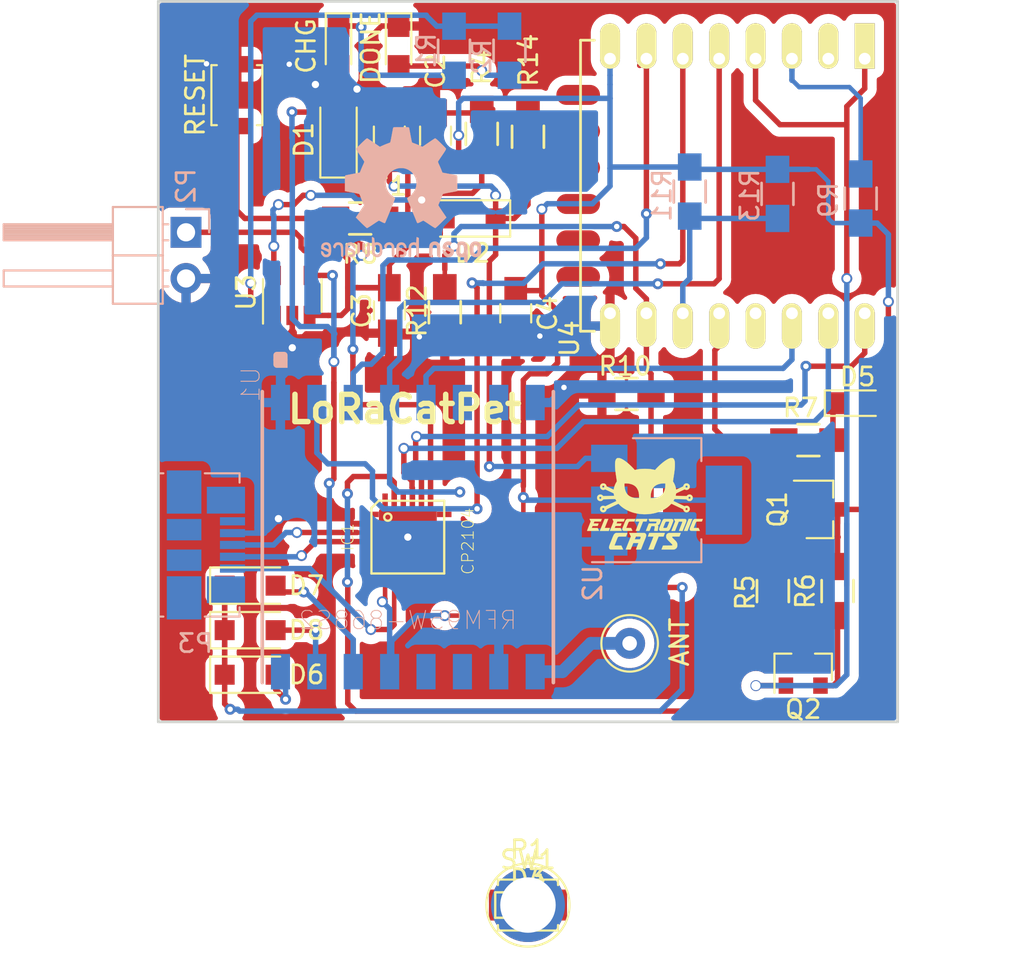
<source format=kicad_pcb>
(kicad_pcb (version 20221018) (generator pcbnew)
  (layers (0 "F.Cu" signal) (31 "B.Cu" signal) (34 "B.Paste" user) (35 "F.Paste" user) (36 "B.SilkS" user "B.Silkscreen") (37 "F.SilkS" user "F.Silkscreen") (38 "B.Mask" user) (39 "F.Mask" user) (44 "Edge.Cuts" user))
  (net 0 "")
  (net 1 "Net-(C1-Pad1)")
  (net 2 "GND")
  (net 3 "+3V3")
  (net 4 "+BATT")
  (net 5 "VCC")
  (net 6 "Net-(D3-Pad1)")
  (net 7 "Net-(D4-Pad2)")
  (net 8 "Net-(D5-Pad1)")
  (net 9 "Net-(IC1-Pad1)")
  (net 10 "Net-(IC1-Pad3)")
  (net 11 "Net-(IC1-Pad4)")
  (net 12 "Net-(IC1-Pad9)")
  (net 13 "Net-(IC1-Pad11)")
  (net 14 "Net-(IC1-Pad12)")
  (net 15 "Net-(IC1-Pad13)")
  (net 16 "Net-(IC1-Pad14)")
  (net 17 "Net-(IC1-Pad15)")
  (net 18 "Net-(IC1-Pad16)")
  (net 19 "Net-(IC1-Pad17)")
  (net 20 "Net-(IC1-Pad18)")
  (net 21 "/RST")
  (net 22 "/TXD")
  (net 23 "/RXD")
  (net 24 "Net-(IC1-Pad22)")
  (net 25 "/DTR")
  (net 26 "Net-(IC1-Pad24)")
  (net 27 "/GPIO0")
  (net 28 "Net-(Q1-Pad2)")
  (net 29 "/RESET")
  (net 30 "Net-(Q2-Pad2)")
  (net 31 "/RTS")
  (net 32 "Net-(R1-Pad1)")
  (net 33 "/ADC")
  (net 34 "/CH_PD")
  (net 35 "/GPIO15")
  (net 36 "/GPIO2")
  (net 37 "/GPIO13")
  (net 38 "Net-(U4-Pad9)")
  (net 39 "Net-(U4-Pad10)")
  (net 40 "Net-(U4-Pad11)")
  (net 41 "Net-(U4-Pad12)")
  (net 42 "Net-(U4-Pad13)")
  (net 43 "Net-(U4-Pad14)")
  (net 44 "Net-(R14-Pad1)")
  (net 45 "Net-(P1-Pad1)")
  (net 46 "Net-(P3-Pad5)")
  (net 47 "Net-(R4-Pad1)")
  (net 48 "/GPIO12")
  (net 49 "/GPIO14")
  (net 50 "Net-(U1-Pad6)")
  (net 51 "Net-(U1-Pad7)")
  (net 52 "Net-(U1-Pad11)")
  (net 53 "Net-(U1-Pad12)")
  (net 54 "/DIO2")
  (net 55 "/DIO0")
  (net 56 "/DIO1")
  (net 57 "/GPIO5")
  (net 58 "/GPIO4")
  (footprint "Capacitors_SMD:C_0805_HandSoldering" (layer "F.Cu") (at 129.452 82.954 90)
    (fp_text reference "C1")
    (fp_text value "4.7uF")
  )
  (footprint "Capacitors_SMD:C_0805_HandSoldering" (layer "F.Cu") (at 131.992 82.954 90)
    (fp_text reference "C2")
    (fp_text value "4.7uF")
  )
  (footprint "Capacitors_SMD:C_0805_HandSoldering" (layer "F.Cu") (at 129.452 92.566 -90)
    (fp_text reference "C3")
    (fp_text value "10uF")
  )
  (footprint "Capacitors_SMD:C_0805_HandSoldering" (layer "F.Cu") (at 136.4 92.725 -90)
    (fp_text reference "C4")
    (fp_text value "10uF")
  )
  (footprint "Diodes_SMD:D_SOD-123F" (layer "F.Cu") (at 126.658 83.058 90)
    (fp_text reference "D1")
    (fp_text value "D_Schottky")
  )
  (footprint "Diodes_SMD:D_SOD-123F" (layer "F.Cu") (at 133.894 87.506 180)
    (fp_text reference "D2")
    (fp_text value "D_Schottky")
  )
  (footprint "LEDs:LED_0805" (layer "F.Cu") (at 126.658 78.024 -90)
    (fp_text reference "CHG")
    (fp_text value "CHG")
  )
  (footprint "LEDs:LED_0805" (layer "F.Cu") (at 129.96 78.024 -90)
    (fp_text reference "DONE")
    (fp_text value "DONE")
  )
  (footprint "LEDs:LED_0805" (layer "F.Cu") (at 155.19 97.666)
    (fp_text reference "D5")
    (fp_text value "Led")
  )
  (footprint "TIH:QFN24-PAD" (layer "F.Cu") (at 130.468 105.032)
    (fp_text reference "IC1")
    (fp_text value "CP2104")
  )
  (footprint "TO_SOT_Packages_SMD:SOT-23" (layer "F.Cu") (at 153.09 103.508)
    (fp_text reference "Q1")
    (fp_text value "MMBT2222A")
  )
  (footprint "TO_SOT_Packages_SMD:SOT-23" (layer "F.Cu") (at 152.2 112.2 90)
    (fp_text reference "Q2")
    (fp_text value "MMBT2222A")
  )
  (footprint "Resistors_SMD:R_0805_HandSoldering" (layer "F.Cu") (at 134.532 82.854 90)
    (fp_text reference "R4")
    (fp_text value "10K")
  )
  (footprint "Resistors_SMD:R_0805_HandSoldering" (layer "F.Cu") (at 150.534 108 -90)
    (fp_text reference "R5")
    (fp_text value "10K")
  )
  (footprint "Resistors_SMD:R_0805_HandSoldering" (layer "F.Cu") (at 154.09 108 90)
    (fp_text reference "R6")
    (fp_text value "10K")
  )
  (footprint "Resistors_SMD:R_0805_HandSoldering" (layer "F.Cu") (at 152.486 99.698)
    (fp_text reference "R7")
    (fp_text value "330R")
  )
  (footprint "Resistors_SMD:R_0805_HandSoldering" (layer "F.Cu") (at 127.848 87.506 180)
    (fp_text reference "R8")
    (fp_text value "10K")
  )
  (footprint "Resistors_SMD:R_0805_HandSoldering" (layer "F.Cu") (at 142.486 97.158 180)
    (fp_text reference "R10")
    (fp_text value "10K")
  )
  (footprint "Resistors_SMD:R_0805_HandSoldering" (layer "F.Cu") (at 132.5 92.666 -90)
    (fp_text reference "R12")
    (fp_text value "10K")
  )
  (footprint "Buttons_Switches_SMD:SW_SPST_B3U-1000P" (layer "F.Cu") (at 121.07 80.726 -90)
    (fp_text reference "RESET")
    (fp_text value "SW_RESET")
  )
  (footprint "TO_SOT_Packages_SMD:SOT-23-5" (layer "F.Cu") (at 124.118 91.74 90)
    (fp_text reference "U3")
    (fp_text value "MCP73831T-2ATI/OT")
  )
  (footprint "ESP8266:ESP-12E" (layer "F.Cu") (at 155.582 78.722 -90)
    (fp_text reference "U4")
    (fp_text value "ESP8266-12E")
  )
  (footprint "Resistors_SMD:R_0805_HandSoldering" (layer "F.Cu") (at 137.072 83.014 -90)
    (fp_text reference "R14")
    (fp_text value "10K")
  )
  (footprint "Connect:1pin" (layer "F.Cu") (at 142.66 110.874)
    (fp_text reference "ANT")
    (fp_text value "ANT")
  )
  (footprint "TIH:electronic_cats_logo_4x3" (layer "F.Cu") (at 143.5 103.2)
    (fp_text reference "G***" hide)
    (fp_text value "LOGO" hide)
  )
  (footprint "Diodes_SMD:D_SOD-123F" (layer "F.Cu") (at 121.8 112.6)
    (fp_text reference "D6")
    (fp_text value "D")
  )
  (footprint "Diodes_SMD:D_SOD-123F" (layer "F.Cu") (at 121.8 107.7)
    (fp_text reference "D7")
    (fp_text value "D")
  )
  (footprint "Diodes_SMD:D_SOD-123F" (layer "F.Cu") (at 121.8 110.15)
    (fp_text reference "D8")
    (fp_text value "D")
  )
  (footprint "LEDs:LED_0805" (layer "F.Cu") (at 137.072 125.267001)
    (fp_text reference "D3")
    (fp_text value "CHG")
  )
  (footprint "LEDs:LED_0805" (layer "F.Cu") (at 137.072 125.267001)
    (fp_text reference "D4")
    (fp_text value "DONE")
  )
  (footprint "Connect:1pin" (layer "F.Cu") (at 137.072 125.267001)
    (fp_text reference "P1")
    (fp_text value "ANT")
  )
  (footprint "Buttons_Switches_SMD:SW_SPST_B3U-1000P" (layer "F.Cu") (at 137.072 125.267001)
    (fp_text reference "SW1")
    (fp_text value "SW_RESET")
  )
  (footprint "Resistors_SMD:R_0805_HandSoldering" (layer "B.Cu") (at 133.008 78.282 -90)
    (fp_text reference "R1")
    (fp_text value "330R")
  )
  (footprint "Resistors_SMD:R_0805_HandSoldering" (layer "B.Cu") (at 136.056 78.282 -90)
    (fp_text reference "R2")
    (fp_text value "330R")
  )
  (footprint "Resistors_SMD:R_0805_HandSoldering" (layer "B.Cu") (at 155.36 86.41 90)
    (fp_text reference "R9")
    (fp_text value "10K")
  )
  (footprint "Resistors_SMD:R_0805_HandSoldering" (layer "B.Cu") (at 145.962 86.02784 -90)
    (fp_text reference "R11")
    (fp_text value "10K")
  )
  (footprint "Resistors_SMD:R_0805_HandSoldering" (layer "B.Cu") (at 150.788 86.156 -90)
    (fp_text reference "R13")
    (fp_text value "10K")
  )
  (footprint "TO_SOT_Packages_SMD:SOT-223-3Lead_TabPin2" (layer "B.Cu") (at 144.692 103)
    (fp_text reference "U2")
    (fp_text value "AP2114")
  )
  (footprint "Connectors_Molex:USB_Micro-B_Molex_47346-0001" (layer "B.Cu") (at 119.5 105.4625)
    (fp_text reference "P3")
    (fp_text value "USB_B")
  )
  (footprint "Pin_Headers:Pin_Header_Angled_1x02_Pitch2.54mm" (layer "B.Cu") (at 118.276 88.268 180)
    (fp_text reference "P2")
    (fp_text value "Battery")
  )
  (footprint "rfm95:XCVR_RFM95W-868S2" (layer "B.Cu") (at 130.468 105.032 -90)
    (fp_text reference "U1")
    (fp_text value "RFM95W-868S2")
  )
  (footprint "Symbols:OSHW-Logo2_9.8x8mm_SilkScreen" (layer "B.Cu") (at 130.1 86.2 180)
    (fp_text reference "REF***" hide)
    (fp_text value "OSHW-Logo2_9.8x8mm_SilkScreen" hide)
  )
  (gr_line (start 116.752 115.192) (end 157.392 115.192) (stroke (width 0.15)) (layer "Edge.Cuts"))
  (gr_line (start 157.392 115.192) (end 157.392 75.568) (stroke (width 0.15)) (layer "Edge.Cuts"))
  (gr_line (start 116.752 75.568) (end 116.752 115.192) (stroke (width 0.15)) (layer "Edge.Cuts"))
  (gr_line (start 157.392 75.568) (end 116.752 75.568) (stroke (width 0.15)) (layer "Edge.Cuts"))
  (gr_text "LoRaCatPet" (at 130.3 98) (layer "F.SilkS") (effects (font (size 1.5 1.5) (thickness 0.3))))
  (segment (start 129.452 84.204) (end 129.452 85.474) (width 0.3) (layer "F.Cu") (net 1))
  (segment (start 135.294 86.236) (end 135.294 87.506) (width 0.3) (layer "F.Cu") (net 1))
  (segment (start 137.072 85.22) (end 137.072 84.364) (width 0.3) (layer "F.Cu") (net 1))
  (segment (start 129.452 84.204) (end 126.912 84.204) (width 0.3) (layer "F.Cu") (net 1))
  (segment (start 137.072 86.744) (end 137.072 85.22) (width 0.3) (layer "F.Cu") (net 1))
  (segment (start 134.95 89.85) (end 134.95 101.15) (width 0.3) (layer "F.Cu") (net 1))
  (segment (start 129.452 85.474) (end 129.706 85.728) (width 0.3) (layer "F.Cu") (net 1))
  (segment (start 126.912 84.204) (end 126.658 84.458) (width 0.3) (layer "F.Cu") (net 1))
  (segment (start 135.294 87.506) (end 136.31 87.506) (width 0.3) (layer "F.Cu") (net 1))
  (segment (start 136.31 87.506) (end 137.072 86.744) (width 0.3) (layer "F.Cu") (net 1))
  (segment (start 135.294 87.506) (end 135.294 89.506) (width 0.3) (layer "F.Cu") (net 1))
  (segment (start 135.294 89.506) (end 134.95 89.85) (width 0.3) (layer "F.Cu") (net 1))
  (via (at 135.294 86.236) (size 0.6) (drill 0.4) (layers "F.Cu" "B.Cu") (net 1))
  (via (at 134.95 101.15) (size 0.6) (drill 0.3) (layers "F.Cu" "B.Cu") (net 1))
  (via (at 129.706 85.728) (size 0.6) (drill 0.4) (layers "F.Cu" "B.Cu") (net 1))
  (segment (start 141.542 100.7) (end 140.242 100.7) (width 0.3) (layer "B.Cu") (net 1))
  (segment (start 135.04 85.728) (end 135.294 85.982) (width 0.3) (layer "B.Cu") (net 1))
  (segment (start 135.294 85.982) (end 135.294 86.236) (width 0.3) (layer "B.Cu") (net 1))
  (segment (start 140.242 100.7) (end 139.792 101.15) (width 0.3) (layer "B.Cu") (net 1))
  (segment (start 139.792 101.15) (end 134.95 101.15) (width 0.3) (layer "B.Cu") (net 1))
  (segment (start 129.706 85.728) (end 134.532 85.728) (width 0.3) (layer "B.Cu") (net 1))
  (segment (start 134.532 85.728) (end 135.04 85.728) (width 0.3) (layer "B.Cu") (net 1))
  (segment (start 127.84701 104.30299) (end 127.868 104.282) (width 0.3) (layer "F.Cu") (net 2))
  (segment (start 129.452 80.648) (end 129.198 80.394) (width 0.3) (layer "F.Cu") (net 2))
  (segment (start 134.532 81.504) (end 134.332 81.704) (width 0.3) (layer "F.Cu") (net 2))
  (segment (start 136.4 93.975) (end 137.725 93.975) (width 0.3) (layer "F.Cu") (net 2))
  (segment (start 130.232 105.032) (end 129.481999 104.281999) (width 0.3) (layer "F.Cu") (net 2))
  (segment (start 127.767008 104.30299) (end 127.84701 104.30299) (width 0.3) (layer "F.Cu") (net 2))
  (segment (start 135.134 81.504) (end 134.532 81.504) (width 0.3) (layer "F.Cu") (net 2))
  (segment (start 121.07 79.026) (end 123.95 79.026) (width 0.3) (layer "F.Cu") (net 2))
  (segment (start 124.118 93.67) (end 124.118 93.348) (width 0.3) (layer "F.Cu") (net 2))
  (segment (start 132.5 94.016) (end 131.1 94.016) (width 0.3) (layer "F.Cu") (net 2))
  (segment (start 124.88 93.856) (end 124.118 94.618) (width 0.3) (layer "F.Cu") (net 2))
  (segment (start 129.481999 104.281999) (end 127.432 104.282) (width 0.3) (layer "F.Cu") (net 2))
  (segment (start 123.356 104.016) (end 127.166 104.016) (width 0.3) (layer "F.Cu") (net 2))
  (segment (start 128.436 80.394) (end 128.142 80.394) (width 0.3) (layer "F.Cu") (net 2))
  (segment (start 141.136 97.158) (end 141.136 95.126) (width 0.3) (layer "F.Cu") (net 2))
  (segment (start 129.652 94.016) (end 129.452 93.816) (width 0.3) (layer "F.Cu") (net 2))
  (segment (start 132.594 94.11) (end 132.5 94.016) (width 0.3) (layer "F.Cu") (net 2))
  (segment (start 123.95 79.026) (end 124.274 79.026) (width 0.3) (layer "F.Cu") (net 2))
  (segment (start 134.532 81.504) (end 134.532 81.664) (width 0.3) (layer "F.Cu") (net 2))
  (segment (start 129.03 76.924) (end 129.96 76.924) (width 0.3) (layer "F.Cu") (net 2))
  (segment (start 128.527 93.816) (end 128.487 93.856) (width 0.3) (layer "F.Cu") (net 2))
  (segment (start 124.118 93.602) (end 124.118 93.348) (width 0.3) (layer "F.Cu") (net 2))
  (segment (start 127.432 104.282) (end 127.3 104.15) (width 0.3) (layer "F.Cu") (net 2))
  (segment (start 129.452 81.704) (end 131.992 81.704) (width 0.3) (layer "F.Cu") (net 2))
  (segment (start 129.198 80.394) (end 128.436 80.394) (width 0.3) (layer "F.Cu") (net 2))
  (segment (start 141.582 94.68) (end 141.582 92.722) (width 0.3) (layer "F.Cu") (net 2))
  (segment (start 131.1 94.016) (end 129.652 94.016) (width 0.3) (layer "F.Cu") (net 2))
  (segment (start 121.07 79.026) (end 119.426 79.026) (width 0.3) (layer "F.Cu") (net 2))
  (segment (start 128.487 93.856) (end 124.88 93.856) (width 0.3) (layer "F.Cu") (net 2))
  (segment (start 141.136 95.126) (end 141.582 94.68) (width 0.3) (layer "F.Cu") (net 2))
  (segment (start 134.332 81.704) (end 131.992 81.704) (width 0.3) (layer "F.Cu") (net 2))
  (segment (start 124.274 79.026) (end 125.388 80.14) (width 0.3) (layer "F.Cu") (net 2))
  (segment (start 128.436 77.518) (end 129.03 76.924) (width 0.3) (layer "F.Cu") (net 2))
  (segment (start 128.436 80.394) (end 128.436 77.518) (width 0.3) (layer "F.Cu") (net 2))
  (segment (start 129.452 81.704) (end 129.452 80.648) (width 0.3) (layer "F.Cu") (net 2))
  (segment (start 119.426 79.026) (end 119.4 79) (width 0.3) (layer "F.Cu") (net 2))
  (segment (start 130.468 105.032) (end 130.232 105.032) (width 0.3) (layer "F.Cu") (net 2))
  (segment (start 127.868 104.282) (end 128.468 104.282) (width 0.3) (layer "F.Cu") (net 2))
  (segment (start 127.767008 104.30299) (end 127.787998 104.282) (width 0.3) (layer "F.Cu") (net 2))
  (segment (start 127.45299 104.30299) (end 127.767008 104.30299) (width 0.3) (layer "F.Cu") (net 2))
  (segment (start 127.166 104.016) (end 127.3 104.15) (width 0.3) (layer "F.Cu") (net 2))
  (segment (start 124.118 94.618) (end 124.118 93.602) (width 0.3) (layer "F.Cu") (net 2))
  (segment (start 127.3 104.15) (end 127.45299 104.30299) (width 0.3) (layer "F.Cu") (net 2))
  (segment (start 129.452 93.816) (end 128.527 93.816) (width 0.3) (layer "F.Cu") (net 2))
  (segment (start 124.118 93.348) (end 124.118 92.84) (width 0.3) (layer "F.Cu") (net 2))
  (segment (start 128.142 80.394) (end 127.674 80.394) (width 0.3) (layer "F.Cu") (net 2))
  (via (at 125.388 80.14) (size 0.6) (drill 0.4) (layers "F.Cu" "B.Cu") (net 2))
  (via (at 131.1 94.016) (size 0.6) (drill 0.3) (layers "F.Cu" "B.Cu") (net 2))
  (via (at 124.118 94.618) (size 0.6) (drill 0.4) (layers "F.Cu" "B.Cu") (net 2))
  (via (at 130.468 105.032) (size 0.6) (drill 0.4) (layers "F.Cu" "B.Cu") (net 2))
  (via (at 139.05 96.8) (size 0.6) (drill 0.3) (layers "F.Cu" "B.Cu") (net 2))
  (via (at 119.4 79) (size 0.6) (drill 0.3) (layers "F.Cu" "B.Cu") (net 2))
  (via (at 123.356 104.016) (size 0.6) (drill 0.4) (layers "F.Cu" "B.Cu") (net 2))
  (via (at 137.725 93.975) (size 0.6) (drill 0.3) (layers "F.Cu" "B.Cu") (net 2))
  (via (at 127.674 80.394) (size 0.6) (drill 0.4) (layers "F.Cu" "B.Cu") (net 2))
  (via (at 123.95 79.026) (size 0.6) (drill 0.3) (layers "F.Cu" "B.Cu") (net 2))
  (segment (start 125.687999 80.439999) (end 127.628001 80.439999) (width 0.3) (layer "B.Cu") (net 2))
  (segment (start 127.628001 80.439999) (end 127.674 80.394) (width 0.3) (layer "B.Cu") (net 2))
  (segment (start 123.58 97.92) (end 123.58 96.386) (width 0.3) (layer "B.Cu") (net 2))
  (segment (start 135.558 107.572) (end 135.58 107.55) (width 0.3) (layer "B.Cu") (net 2))
  (segment (start 135.58 107.55) (end 135.58 108.7) (width 0.3) (layer "B.Cu") (net 2))
  (segment (start 120.83 104.8125) (end 122.5 104.8125) (width 0.3) (layer "B.Cu") (net 2))
  (segment (start 138.218 97.632) (end 139.05 96.8) (width 0.3) (layer "B.Cu") (net 2))
  (segment (start 135.58 108.5) (end 135.58 108.03) (width 0.3) (layer "B.Cu") (net 2))
  (segment (start 132.9 107.464) (end 133.008 107.572) (width 0.3) (layer "B.Cu") (net 2))
  (segment (start 135.58 110.144) (end 135.58 108.7) (width 0.3) (layer "B.Cu") (net 2))
  (segment (start 124.118 95.707) (end 124.118 94.618) (width 0.3) (layer "B.Cu") (net 2))
  (segment (start 137.468 97.632) (end 138.218 97.632) (width 0.3) (layer "B.Cu") (net 2))
  (segment (start 123.468 96.357) (end 124.118 95.707) (width 0.3) (layer "B.Cu") (net 2))
  (segment (start 119.292 90.808) (end 118.276 90.808) (width 0.3) (layer "B.Cu") (net 2))
  (segment (start 132.532 105.032) (end 132.9 105.4) (width 0.3) (layer "B.Cu") (net 2))
  (segment (start 120 94.35) (end 120 91.516) (width 0.3) (layer "B.Cu") (net 2))
  (segment (start 135.58 108.7) (end 135.58 108.5) (width 0.3) (layer "B.Cu") (net 2))
  (segment (start 124.118 94.618) (end 120.268 94.618) (width 0.3) (layer "B.Cu") (net 2))
  (segment (start 125.388 80.14) (end 125.687999 80.439999) (width 0.3) (layer "B.Cu") (net 2))
  (segment (start 130.468 105.032) (end 132.532 105.032) (width 0.3) (layer "B.Cu") (net 2))
  (segment (start 120.675 80.699264) (end 120.675 90.5) (width 0.3) (layer "B.Cu") (net 2))
  (segment (start 141.542 105.3) (end 135.95 105.3) (width 0.3) (layer "B.Cu") (net 2))
  (segment (start 120.367 90.808) (end 118.276 90.808) (width 0.3) (layer "B.Cu") (net 2))
  (segment (start 132.9 105.4) (end 132.9 107.464) (width 0.3) (layer "B.Cu") (net 2))
  (segment (start 120.675 90.5) (end 120.367 90.808) (width 0.3) (layer "B.Cu") (net 2))
  (segment (start 135.95 105.3) (end 135.58 105.67) (width 0.3) (layer "B.Cu") (net 2))
  (segment (start 135.58 112.72) (end 135.58 110.144) (width 0.3) (layer "B.Cu") (net 2))
  (segment (start 120.268 94.618) (end 120 94.35) (width 0.3) (layer "B.Cu") (net 2))
  (segment (start 135.122 107.572) (end 133.008 107.572) (width 0.3) (layer "B.Cu") (net 2))
  (segment (start 122.5 104.8125) (end 122.5875 104.8125) (width 0.3) (layer "B.Cu") (net 2))
  (segment (start 119.4 79) (end 119.4 79.424264) (width 0.3) (layer "B.Cu") (net 2))
  (segment (start 119.4 79.424264) (end 120.675 80.699264) (width 0.3) (layer "B.Cu") (net 2))
  (segment (start 123.356 97.744) (end 123.468 97.632) (width 0.3) (layer "B.Cu") (net 2))
  (segment (start 123.468 97.632) (end 123.468 96.357) (width 0.3) (layer "B.Cu") (net 2))
  (segment (start 135.58 105.67) (end 135.58 107.55) (width 0.3) (layer "B.Cu") (net 2))
  (segment (start 122.5875 104.8125) (end 122.5875 104.7845) (width 0.3) (layer "B.Cu") (net 2))
  (segment (start 122.5875 104.7845) (end 123.356 104.016) (width 0.3) (layer "B.Cu") (net 2))
  (segment (start 135.122 107.572) (end 135.558 107.572) (width 0.3) (layer "B.Cu") (net 2))
  (segment (start 123.356 104.016) (end 123.356 97.744) (width 0.3) (layer "B.Cu") (net 2))
  (segment (start 129.218 107.032) (end 129.218 108.438) (width 0.25) (layer "F.Cu") (net 3))
  (segment (start 138.7 95.45) (end 138.7 92.6) (width 0.3) (layer "F.Cu") (net 3))
  (segment (start 137.834 91.475) (end 137.834 86.998) (width 0.3) (layer "F.Cu") (net 3))
  (segment (start 129.198 87.506) (end 130.248 87.506) (width 0.3) (layer "F.Cu") (net 3))
  (segment (start 128.468 106.282) (end 128.468 106.842) (width 0.25) (layer "F.Cu") (net 3))
  (segment (start 132.917 84.204) (end 133.262 83.859) (width 0.3) (layer "F.Cu") (net 3))
  (segment (start 129.198 87.506) (end 129.298 87.506) (width 0.3) (layer "F.Cu") (net 3))
  (segment (start 136.818 107.5) (end 136.818 108.982) (width 0.3) (layer "F.Cu") (net 3))
  (segment (start 137.325 91.475) (end 137.834 91.475) (width 0.3) (layer "F.Cu") (net 3))
  (segment (start 156.884 96.172) (end 156.884 92.078) (width 0.3) (layer "F.Cu") (net 3))
  (segment (start 156.29 97.666) (end 156.29 96.766) (width 0.3) (layer "F.Cu") (net 3))
  (segment (start 136.818 96.396) (end 137.164 96.05) (width 0.3) (layer "F.Cu") (net 3))
  (segment (start 138.1 96.05) (end 138.7 95.45) (width 0.3) (layer "F.Cu") (net 3))
  (segment (start 129.218 108.438) (end 129.068 108.588) (width 0.3) (layer "F.Cu") (net 3))
  (segment (start 156.29 96.766) (end 156.884 96.172) (width 0.3) (layer "F.Cu") (net 3))
  (segment (start 136.818 102.238) (end 136.818 102.85) (width 0.25) (layer "F.Cu") (net 3))
  (segment (start 130.248 87.472) (end 130.468 87.252) (width 0.3) (layer "F.Cu") (net 3))
  (segment (start 136.818 102.85) (end 136.818 107.5) (width 0.25) (layer "F.Cu") (net 3))
  (segment (start 131.067 84.204) (end 131.992 84.204) (width 0.3) (layer "F.Cu") (net 3))
  (segment (start 128.658 107.032) (end 129.218 107.032) (width 0.25) (layer "F.Cu") (net 3))
  (segment (start 128.468 106.842) (end 128.658 107.032) (width 0.25) (layer "F.Cu") (net 3))
  (segment (start 137.834 91.734) (end 137.834 91.475) (width 0.3) (layer "F.Cu") (net 3))
  (segment (start 131.992 84.204) (end 132.917 84.204) (width 0.3) (layer "F.Cu") (net 3))
  (segment (start 138.7 92.6) (end 137.834 91.734) (width 0.3) (layer "F.Cu") (net 3))
  (segment (start 131.992 84.812) (end 131.992 84.204) (width 0.3) (layer "F.Cu") (net 3))
  (segment (start 136.45 109.35) (end 135.1 109.35) (width 0.3) (layer "F.Cu") (net 3))
  (segment (start 133.262 83.859) (end 133.262 82.934) (width 0.3) (layer "F.Cu") (net 3))
  (segment (start 136.818 108.982) (end 136.45 109.35) (width 0.3) (layer "F.Cu") (net 3))
  (segment (start 136.4 91.475) (end 137.325 91.475) (width 0.3) (layer "F.Cu") (net 3))
  (segment (start 130.248 87.506) (end 130.248 87.472) (width 0.3) (layer "F.Cu") (net 3))
  (segment (start 128.468 105.782) (end 128.468 106.282) (width 0.25) (layer "F.Cu") (net 3))
  (segment (start 136.818 102.238) (end 136.818 96.396) (width 0.3) (layer "F.Cu") (net 3))
  (segment (start 137.164 96.05) (end 138.1 96.05) (width 0.3) (layer "F.Cu") (net 3))
  (segment (start 130.468 84.803) (end 131.067 84.204) (width 0.3) (layer "F.Cu") (net 3))
  (segment (start 135.1 109.35) (end 132.5 109.35) (width 0.25) (layer "F.Cu") (net 3))
  (segment (start 130.468 87.252) (end 130.468 84.803) (width 0.3) (layer "F.Cu") (net 3))
  (via (at 136.818 102.85) (size 0.6) (drill 0.3) (layers "F.Cu" "B.Cu") (net 3))
  (via (at 137.834 86.998) (size 0.6) (drill 0.4) (layers "F.Cu" "B.Cu") (net 3))
  (via (at 133.262 82.934) (size 0.6) (drill 0.4) (layers "F.Cu" "B.Cu") (net 3))
  (via (at 129.068 108.588) (size 0.6) (drill 0.4) (layers "F.Cu" "B.Cu") (net 3))
  (via (at 156.884 92.078) (size 0.6) (drill 0.4) (layers "F.Cu" "B.Cu") (net 3))
  (via (at 132.5 109.35) (size 0.6) (drill 0.4) (layers "F.Cu" "B.Cu") (net 3))
  (segment (start 152.506 84.806) (end 152.914 84.806) (width 0.25) (layer "B.Cu") (net 3))
  (segment (start 138.133999 86.698001) (end 140.611999 86.698001) (width 0.3) (layer "B.Cu") (net 3))
  (segment (start 141.582 84.75) (end 141.582 80.902) (width 0.3) (layer "B.Cu") (net 3))
  (segment (start 140.611999 86.698001) (end 141.582 85.728) (width 0.3) (layer "B.Cu") (net 3))
  (segment (start 129.58 111.445) (end 129.58 112.72) (width 0.3) (layer "B.Cu") (net 3))
  (segment (start 133.498 80.902) (end 133.262 81.138) (width 0.3) (layer "B.Cu") (net 3))
  (segment (start 129.58 110.874) (end 129.58 111.445) (width 0.3) (layer "B.Cu") (net 3))
  (segment (start 130.976 109.35) (end 132.5 109.35) (width 0.3) (layer "B.Cu") (net 3))
  (segment (start 145.454 103) (end 141.542 103) (width 0.3) (layer "B.Cu") (net 3))
  (segment (start 153.582 87.506) (end 153.836 87.76) (width 0.25) (layer "B.Cu") (net 3))
  (segment (start 156.884 88.384) (end 156.26 87.76) (width 0.3) (layer "B.Cu") (net 3))
  (segment (start 136.968 103) (end 136.818 102.85) (width 0.3) (layer "B.Cu") (net 3))
  (segment (start 150.788 84.806) (end 146.09016 84.806) (width 0.3) (layer "B.Cu") (net 3))
  (segment (start 145.962 84.67784) (end 141.65416 84.67784) (width 0.3) (layer "B.Cu") (net 3))
  (segment (start 141.65416 84.67784) (end 141.582 84.75) (width 0.3) (layer "B.Cu") (net 3))
  (segment (start 129.58 110.746) (end 130.976 109.35) (width 0.3) (layer "B.Cu") (net 3))
  (segment (start 147.842 103) (end 145.454 103) (width 0.3) (layer "B.Cu") (net 3))
  (segment (start 146.09016 84.806) (end 145.962 84.67784) (width 0.3) (layer "B.Cu") (net 3))
  (segment (start 153.582 85.474) (end 153.582 87.506) (width 0.25) (layer "B.Cu") (net 3))
  (segment (start 141.582 78.722) (end 141.582 79.632) (width 0.3) (layer "B.Cu") (net 3))
  (segment (start 141.582 79.632) (end 141.582 80.14) (width 0.3) (layer "B.Cu") (net 3))
  (segment (start 129.468 108.988) (end 129.068 108.588) (width 0.3) (layer "B.Cu") (net 3))
  (segment (start 150.788 84.806) (end 152.506 84.806) (width 0.3) (layer "B.Cu") (net 3))
  (segment (start 156.884 92.078) (end 156.884 88.384) (width 0.3) (layer "B.Cu") (net 3))
  (segment (start 129.468 112.432) (end 129.468 108.988) (width 0.3) (layer "B.Cu") (net 3))
  (segment (start 141.582 80.902) (end 133.498 80.902) (width 0.3) (layer "B.Cu") (net 3))
  (segment (start 129.58 110.874) (end 129.58 110.746) (width 0.3) (layer "B.Cu") (net 3))
  (segment (start 141.582 80.14) (end 141.582 80.902) (width 0.3) (layer "B.Cu") (net 3))
  (segment (start 152.914 84.806) (end 153.582 85.474) (width 0.25) (layer "B.Cu") (net 3))
  (segment (start 156.26 87.76) (end 155.36 87.76) (width 0.3) (layer "B.Cu") (net 3))
  (segment (start 155.36 87.66) (end 155.36 87.76) (width 0.25) (layer "B.Cu") (net 3))
  (segment (start 141.542 103) (end 136.968 103) (width 0.3) (layer "B.Cu") (net 3))
  (segment (start 141.582 85.728) (end 141.582 84.75) (width 0.3) (layer "B.Cu") (net 3))
  (segment (start 153.836 87.76) (end 155.36 87.76) (width 0.25) (layer "B.Cu") (net 3))
  (segment (start 133.262 81.138) (end 133.262 82.934) (width 0.3) (layer "B.Cu") (net 3))
  (segment (start 137.834 86.998) (end 138.133999 86.698001) (width 0.3) (layer "B.Cu") (net 3))
  (segment (start 129.452 91.316) (end 129.452 90.046) (width 0.3) (layer "F.Cu") (net 4))
  (segment (start 131.826 88.776) (end 132.246 88.356) (width 0.3) (layer "F.Cu") (net 4))
  (segment (start 132.246 88.397) (end 132.246 88.356) (width 0.3) (layer "F.Cu") (net 4))
  (segment (start 127.166 92.484) (end 127.166 91.3) (width 0.3) (layer "F.Cu") (net 4))
  (segment (start 130.722 88.776) (end 131.826 88.776) (width 0.3) (layer "F.Cu") (net 4))
  (segment (start 129.452 90.046) (end 130.722 88.776) (width 0.3) (layer "F.Cu") (net 4))
  (segment (start 127.166 90.05) (end 127.166 89.738002) (width 0.3) (layer "F.Cu") (net 4))
  (segment (start 124.772002 89.272002) (end 124.6 89.1) (width 0.3) (layer "F.Cu") (net 4))
  (segment (start 129.452 91.316) (end 127.69 91.316) (width 0.3) (layer "F.Cu") (net 4))
  (segment (start 128.182 91.316) (end 129.452 91.316) (width 0.3) (layer "F.Cu") (net 4))
  (segment (start 127.166 91.3) (end 127.166 90.05) (width 0.3) (layer "F.Cu") (net 4))
  (segment (start 125.068 92.84) (end 126.1 92.84) (width 0.3) (layer "F.Cu") (net 4))
  (segment (start 127.166 89.738002) (end 126.7 89.272002) (width 0.3) (layer "F.Cu") (net 4))
  (segment (start 124.6 88.6) (end 124.268 88.268) (width 0.3) (layer "F.Cu") (net 4))
  (segment (start 129.452 91.316) (end 127.182 91.316) (width 0.3) (layer "F.Cu") (net 4))
  (segment (start 126.1 92.84) (end 126.81 92.84) (width 0.3) (layer "F.Cu") (net 4))
  (segment (start 127.166 90.3) (end 127.166 90.05) (width 0.3) (layer "F.Cu") (net 4))
  (segment (start 124.268 88.268) (end 118.276 88.268) (width 0.3) (layer "F.Cu") (net 4))
  (segment (start 126.7 89.272002) (end 124.772002 89.272002) (width 0.3) (layer "F.Cu") (net 4))
  (segment (start 132.246 88.356) (end 132.246 87.506) (width 0.3) (layer "F.Cu") (net 4))
  (segment (start 129.452 91.316) (end 129.452 91.191) (width 0.3) (layer "F.Cu") (net 4))
  (segment (start 127.69 91.316) (end 127.674 91.3) (width 0.3) (layer "F.Cu") (net 4))
  (segment (start 126.81 92.84) (end 127.166 92.484) (width 0.3) (layer "F.Cu") (net 4))
  (segment (start 127.182 91.316) (end 127.166 91.3) (width 0.3) (layer "F.Cu") (net 4))
  (segment (start 124.6 89.1) (end 124.6 88.6) (width 0.3) (layer "F.Cu") (net 4))
  (segment (start 125.068 90.64) (end 126.324009 90.64) (width 0.3) (layer "F.Cu") (net 5))
  (segment (start 126.404 96.525) (end 126.404 101.821) (width 0.3) (layer "F.Cu") (net 5))
  (segment (start 124.108 81.658) (end 124.1 81.65) (width 0.3) (layer "F.Cu") (net 5))
  (segment (start 128.436 110.112) (end 129.452 110.112) (width 0.3) (layer "F.Cu") (net 5))
  (segment (start 126.404 100.968) (end 126.404 96.525) (width 0.3) (layer "F.Cu") (net 5))
  (segment (start 129.452 110.112) (end 129.718 109.846) (width 0.3) (layer "F.Cu") (net 5))
  (segment (start 126.404 101.821) (end 126.15 102.075) (width 0.3) (layer "F.Cu") (net 5))
  (segment (start 126.658 81.658) (end 124.108 81.658) (width 0.3) (layer "F.Cu") (net 5))
  (segment (start 125.394 81.658) (end 126.658 81.658) (width 0.3) (layer "F.Cu") (net 5))
  (segment (start 129.718 109.846) (end 129.718 107.032) (width 0.25) (layer "F.Cu") (net 5))
  (segment (start 126.658 79.124) (end 126.658 81.658) (width 0.3) (layer "F.Cu") (net 5))
  (segment (start 126.404 96.525) (end 126.404 95.38) (width 0.3) (layer "F.Cu") (net 5))
  (via (at 126.15 102.075) (size 0.6) (drill 0.3) (layers "F.Cu" "B.Cu") (net 5))
  (via (at 126.324009 90.64) (size 0.6) (drill 0.3) (layers "F.Cu" "B.Cu") (net 5))
  (via (at 126.404 95.38) (size 0.6) (drill 0.4) (layers "F.Cu" "B.Cu") (net 5))
  (via (at 124.1 81.65) (size 0.6) (drill 0.3) (layers "F.Cu" "B.Cu") (net 5))
  (via (at 128.436 110.112) (size 0.6) (drill 0.4) (layers "F.Cu" "B.Cu") (net 5))
  (segment (start 124.118 88.268) (end 124.118 87.55) (width 0.3) (layer "B.Cu") (net 5))
  (segment (start 126.404 95.38) (end 126.404 90.719991) (width 0.3) (layer "B.Cu") (net 5))
  (segment (start 126.45 93.85) (end 126.404 93.896) (width 0.3) (layer "B.Cu") (net 5))
  (segment (start 120.83 106.7625) (end 125.0865 106.7625) (width 0.3) (layer "B.Cu") (net 5))
  (segment (start 125.0865 106.7625) (end 126.15 107.826) (width 0.3) (layer "B.Cu") (net 5))
  (segment (start 124.118 93.018) (end 124.55 93.45) (width 0.3) (layer "B.Cu") (net 5))
  (segment (start 124.1 83.082) (end 124.118 83.1) (width 0.3) (layer "B.Cu") (net 5))
  (segment (start 124.118 83.1) (end 124.118 82.68) (width 0.3) (layer "B.Cu") (net 5))
  (segment (start 124.55 93.45) (end 126.05 93.45) (width 0.3) (layer "B.Cu") (net 5))
  (segment (start 124.1 81.65) (end 124.1 83.082) (width 0.3) (layer "B.Cu") (net 5))
  (segment (start 124.118 87.55) (end 124.118 83.1) (width 0.3) (layer "B.Cu") (net 5))
  (segment (start 124.118 87.55) (end 124.118 93.018) (width 0.3) (layer "B.Cu") (net 5))
  (segment (start 126.15 107.826) (end 128.436 110.112) (width 0.3) (layer "B.Cu") (net 5))
  (segment (start 126.404 93.896) (end 126.404 95.38) (width 0.3) (layer "B.Cu") (net 5))
  (segment (start 126.05 93.45) (end 126.45 93.85) (width 0.3) (layer "B.Cu") (net 5))
  (segment (start 126.404 90.719991) (end 126.324009 90.64) (width 0.3) (layer "B.Cu") (net 5))
  (segment (start 126.15 107.826) (end 126.15 102.075) (width 0.3) (layer "B.Cu") (net 5))
  (segment (start 126.658 76.924) (end 127.844 76.924) (width 0.3) (layer "F.Cu") (net 6))
  (segment (start 127.844 76.924) (end 127.9 76.98) (width 0.3) (layer "F.Cu") (net 6))
  (segment (start 127.558 76.924) (end 126.658 76.924) (width 0.3) (layer "F.Cu") (net 6))
  (segment (start 126.826 77.092) (end 126.658 76.924) (width 0.3) (layer "F.Cu") (net 6))
  (via (at 127.9 76.98) (size 0.6) (drill 0.3) (layers "F.Cu" "B.Cu") (net 6))
  (segment (start 133.008 79.632) (end 128.182 79.632) (width 0.3) (layer "B.Cu") (net 6))
  (segment (start 133.008 79.632) (end 131.992 79.632) (width 0.3) (layer "B.Cu") (net 6))
  (segment (start 127.9 79.35) (end 127.9 79.1) (width 0.3) (layer "B.Cu") (net 6))
  (segment (start 127.9 79.1) (end 127.9 76.98) (width 0.3) (layer "B.Cu") (net 6))
  (segment (start 128.182 79.632) (end 127.9 79.35) (width 0.3) (layer "B.Cu") (net 6))
  (segment (start 134.278 79.124) (end 134.532 79.378) (width 0.3) (layer "F.Cu") (net 7))
  (segment (start 129.96 79.124) (end 134.278 79.124) (width 0.3) (layer "F.Cu") (net 7))
  (via (at 134.532 79.378) (size 0.6) (drill 0.4) (layers "F.Cu" "B.Cu") (net 7))
  (segment (start 134.786 79.632) (end 136.056 79.632) (width 0.3) (layer "B.Cu") (net 7))
  (segment (start 134.532 79.378) (end 134.786 79.632) (width 0.3) (layer "B.Cu") (net 7))
  (segment (start 153.836 97.92) (end 154.09 97.666) (width 0.3) (layer "F.Cu") (net 8))
  (segment (start 153.836 99.698) (end 153.836 97.92) (width 0.3) (layer "F.Cu") (net 8))
  (segment (start 124.372 104.778) (end 126.912 104.778) (width 0.3) (layer "F.Cu") (net 10))
  (segment (start 127.674 104.778) (end 127.678 104.782) (width 0.25) (layer "F.Cu") (net 10))
  (segment (start 126.912 104.778) (end 127.674 104.778) (width 0.3) (layer "F.Cu") (net 10))
  (segment (start 127.678 104.782) (end 128.468 104.782) (width 0.25) (layer "F.Cu") (net 10))
  (via (at 124.372 104.778) (size 0.6) (drill 0.4) (layers "F.Cu" "B.Cu") (net 10))
  (segment (start 120.83 105.4625) (end 123.0875 105.4625) (width 0.3) (layer "B.Cu") (net 10))
  (segment (start 123.0875 105.4625) (end 123.772 104.778) (width 0.3) (layer "B.Cu") (net 10))
  (segment (start 123.772 104.778) (end 124.372 104.778) (width 0.3) (layer "B.Cu") (net 10))
  (segment (start 124.626 106.048) (end 125.392 105.282) (width 0.3) (layer "F.Cu") (net 11))
  (segment (start 125.392 105.282) (end 128.468 105.282) (width 0.3) (layer "F.Cu") (net 11))
  (via (at 124.626 106.048) (size 0.6) (drill 0.4) (layers "F.Cu" "B.Cu") (net 11))
  (segment (start 120.83 106.1125) (end 124.5615 106.1125) (width 0.3) (layer "B.Cu") (net 11))
  (segment (start 124.5615 106.1125) (end 124.626 106.048) (width 0.3) (layer "B.Cu") (net 11))
  (segment (start 121.07 87.07) (end 121.07 82.426) (width 0.3) (layer "F.Cu") (net 21))
  (segment (start 131.218 101.75) (end 131.218 101.668) (width 0.3) (layer "F.Cu") (net 22))
  (segment (start 131.218 101.668) (end 130.9 101.35) (width 0.3) (layer "F.Cu") (net 22))
  (segment (start 152.35 95.634) (end 154.852 95.634) (width 0.3) (layer "F.Cu") (net 22))
  (segment (start 131.218 103.032) (end 131.218 101.75) (width 0.3) (layer "F.Cu") (net 22))
  (segment (start 154.852 95.634) (end 155.582 94.904) (width 0.3) (layer "F.Cu") (net 22))
  (segment (start 130.9 99.55) (end 130.95 99.5) (width 0.3) (layer "F.Cu") (net 22))
  (segment (start 130.9 101.35) (end 130.9 99.55) (width 0.3) (layer "F.Cu") (net 22))
  (segment (start 155.582 94.904) (end 155.582 92.722) (width 0.3) (layer "F.Cu") (net 22))
  (via (at 152.35 95.634) (size 0.6) (drill 0.3) (layers "F.Cu" "B.Cu") (net 22))
  (via (at 130.95 99.5) (size 0.6) (drill 0.4) (layers "F.Cu" "B.Cu") (net 22))
  (segment (start 152.3 97.55) (end 152.3 95.684) (width 0.3) (layer "B.Cu") (net 22))
  (segment (start 138.15 99.480002) (end 139.866 97.764002) (width 0.3) (layer "B.Cu") (net 22))
  (segment (start 147.4 97.764002) (end 152.085998 97.764002) (width 0.3) (layer "B.Cu") (net 22))
  (segment (start 147.4 97.764002) (end 147.685998 97.764002) (width 0.3) (layer "B.Cu") (net 22))
  (segment (start 138.130002 99.5) (end 138.15 99.480002) (width 0.3) (layer "B.Cu") (net 22))
  (segment (start 152.3 95.684) (end 152.35 95.634) (width 0.3) (layer "B.Cu") (net 22))
  (segment (start 130.95 99.5) (end 138.130002 99.5) (width 0.3) (layer "B.Cu") (net 22))
  (segment (start 152.085998 97.764002) (end 152.3 97.55) (width 0.3) (layer "B.Cu") (net 22))
  (segment (start 139.866 97.764002) (end 147.4 97.764002) (width 0.3) (layer "B.Cu") (net 22))
  (segment (start 130.718 103.032) (end 130.718 102.332) (width 0.3) (layer "F.Cu") (net 23))
  (segment (start 130.25 101.5) (end 130.25 100.15) (width 0.3) (layer "F.Cu") (net 23))
  (segment (start 130.7 102.314) (end 130.7 101.95) (width 0.3) (layer "F.Cu") (net 23))
  (segment (start 130.718 102.332) (end 130.7 102.314) (width 0.3) (layer "F.Cu") (net 23))
  (segment (start 130.7 101.95) (end 130.25 101.5) (width 0.3) (layer "F.Cu") (net 23))
  (via (at 130.25 100.15) (size 0.6) (drill 0.4) (layers "F.Cu" "B.Cu") (net 23))
  (segment (start 152.818 98.682) (end 140.12 98.682) (width 0.3) (layer "B.Cu") (net 23))
  (segment (start 140.12 98.682) (end 138.649991 100.152009) (width 0.3) (layer "B.Cu") (net 23))
  (segment (start 153.582 93.394806) (end 153.582 92.722) (width 0.3) (layer "B.Cu") (net 23))
  (segment (start 153.582 97.918) (end 152.818 98.682) (width 0.3) (layer "B.Cu") (net 23))
  (segment (start 138.649991 100.152009) (end 137.770889 100.152009) (width 0.3) (layer "B.Cu") (net 23))
  (segment (start 137.770889 100.152009) (end 137.76888 100.15) (width 0.3) (layer "B.Cu") (net 23))
  (segment (start 137.76888 100.15) (end 130.25 100.15) (width 0.3) (layer "B.Cu") (net 23))
  (segment (start 153.582 92.722) (end 153.582 97.918) (width 0.3) (layer "B.Cu") (net 23))
  (segment (start 156.2 114.6) (end 156.87601 113.92399) (width 0.3) (layer "F.Cu") (net 25))
  (segment (start 127.475 101.7) (end 127.15 102.025) (width 0.3) (layer "F.Cu") (net 25))
  (segment (start 127.166 108.504264) (end 127.166 109.725) (width 0.3) (layer "F.Cu") (net 25))
  (segment (start 156.87601 103.97601) (end 156.408 103.508) (width 0.3) (layer "F.Cu") (net 25))
  (segment (start 154.09 103.508) (end 154.09 104.27) (width 0.3) (layer "F.Cu") (net 25))
  (segment (start 154.122 105.032) (end 154.09 105) (width 0.3) (layer "F.Cu") (net 25))
  (segment (start 127.166 109.725) (end 127.166 107.516) (width 0.3) (layer "F.Cu") (net 25))
  (segment (start 127.166 112.4) (end 127.166 114.166) (width 0.3) (layer "F.Cu") (net 25))
  (segment (start 127.166 112.4) (end 127.166 113.16) (width 0.3) (layer "F.Cu") (net 25))
  (segment (start 127.166 114.166) (end 127.6 114.6) (width 0.3) (layer "F.Cu") (net 25))
  (segment (start 129.718 102.018) (end 129.4 101.7) (width 0.3) (layer "F.Cu") (net 25))
  (segment (start 127.15 102.025) (end 127.15 102.65) (width 0.3) (layer "F.Cu") (net 25))
  (segment (start 156.408 103.508) (end 154.09 103.508) (width 0.3) (layer "F.Cu") (net 25))
  (segment (start 127.6 114.6) (end 156.2 114.6) (width 0.3) (layer "F.Cu") (net 25))
  (segment (start 127.166 107.516) (end 127.15 107.5) (width 0.3) (layer "F.Cu") (net 25))
  (segment (start 156.87601 113.92399) (end 156.87601 103.97601) (width 0.3) (layer "F.Cu") (net 25))
  (segment (start 129.175 101.7) (end 127.928 101.7) (width 0.3) (layer "F.Cu") (net 25))
  (segment (start 129.4 101.7) (end 129.175 101.7) (width 0.3) (layer "F.Cu") (net 25))
  (segment (start 154.09 105) (end 154.09 103.508) (width 0.3) (layer "F.Cu") (net 25))
  (segment (start 154.09 106.65) (end 154.09 105) (width 0.3) (layer "F.Cu") (net 25))
  (segment (start 129.175 101.7) (end 127.475 101.7) (width 0.3) (layer "F.Cu") (net 25))
  (segment (start 129.718 103.032) (end 129.718 102.018) (width 0.3) (layer "F.Cu") (net 25))
  (segment (start 127.166 109.725) (end 127.166 112.4) (width 0.3) (layer "F.Cu") (net 25))
  (via (at 127.15 102.65) (size 0.6) (drill 0.3) (layers "F.Cu" "B.Cu") (net 25))
  (via (at 127.15 107.5) (size 0.6) (drill 0.3) (layers "F.Cu" "B.Cu") (net 25))
  (segment (start 127.15 102.65) (end 127.15 107.5) (width 0.3) (layer "B.Cu") (net 25))
  (segment (start 151.136 99.698) (end 147.948 99.698) (width 0.3) (layer "F.Cu") (net 27))
  (segment (start 147.948 99.698) (end 147.343999 99.093999) (width 0.3) (layer "F.Cu") (net 27))
  (segment (start 152.09 102.558) (end 152.09 101.858) (width 0.3) (layer "F.Cu") (net 27))
  (segment (start 151.136 100.904) (end 151.136 99.698) (width 0.3) (layer "F.Cu") (net 27))
  (segment (start 147.582 94.522) (end 147.582 92.722) (width 0.3) (layer "F.Cu") (net 27))
  (segment (start 147.343999 99.093999) (end 147.343999 94.760001) (width 0.3) (layer "F.Cu") (net 27))
  (segment (start 147.343999 94.760001) (end 147.582 94.522) (width 0.3) (layer "F.Cu") (net 27))
  (segment (start 152.09 101.858) (end 151.136 100.904) (width 0.3) (layer "F.Cu") (net 27))
  (segment (start 151.108 104.458) (end 152.09 104.458) (width 0.3) (layer "F.Cu") (net 28))
  (segment (start 150.534 106.65) (end 150.534 105.032) (width 0.3) (layer "F.Cu") (net 28))
  (segment (start 150.534 105.032) (end 151.108 104.458) (width 0.3) (layer "F.Cu") (net 28))
  (segment (start 154.598 82.35) (end 154.598 81.346) (width 0.3) (layer "F.Cu") (net 29))
  (segment (start 154.598 81.346) (end 155.582 80.362) (width 0.3) (layer "F.Cu") (net 29))
  (segment (start 126.658 88.522) (end 126.657118 88.522) (width 0.3) (layer "F.Cu") (net 29))
  (segment (start 149.582 78.722) (end 149.582 81.007) (width 0.3) (layer "F.Cu") (net 29))
  (segment (start 149.6 113.2) (end 151.25 113.2) (width 0.3) (layer "F.Cu") (net 29))
  (segment (start 150.925 82.35) (end 154.598 82.35) (width 0.3) (layer "F.Cu") (net 29))
  (segment (start 149.582 81.007) (end 150.925 82.35) (width 0.3) (layer "F.Cu") (net 29))
  (segment (start 126.498 87.506) (end 121.506 87.506) (width 0.3) (layer "F.Cu") (net 29))
  (segment (start 127.674 88.776) (end 126.912 88.776) (width 0.3) (layer "F.Cu") (net 29))
  (segment (start 154.598 90.808) (end 154.598 82.35) (width 0.3) (layer "F.Cu") (net 29))
  (segment (start 126.498 88.362882) (end 126.498 87.506) (width 0.3) (layer "F.Cu") (net 29))
  (segment (start 126.912 88.776) (end 126.658 88.522) (width 0.3) (layer "F.Cu") (net 29))
  (segment (start 121.506 87.506) (end 121.07 87.07) (width 0.3) (layer "F.Cu") (net 29))
  (segment (start 155.582 80.362) (end 155.582 78.722) (width 0.3) (layer "F.Cu") (net 29))
  (segment (start 126.657118 88.522) (end 126.498 88.362882) (width 0.3) (layer "F.Cu") (net 29))
  (via (at 154.598 90.808) (size 0.6) (drill 0.4) (layers "F.Cu" "B.Cu") (net 29))
  (via (at 149.6 113.2) (size 0.6) (drill 0.5) (layers "F.Cu" "B.Cu") (net 29))
  (segment (start 154.598 112.602) (end 154 113.2) (width 0.3) (layer "B.Cu") (net 29))
  (segment (start 154.598 90.808) (end 154.598 104.3) (width 0.3) (layer "B.Cu") (net 29))
  (segment (start 154.598 104.3) (end 154.598 107.702) (width 0.3) (layer "B.Cu") (net 29))
  (segment (start 154.598 104.3) (end 154.598 112.602) (width 0.3) (layer "B.Cu") (net 29))
  (segment (start 154 113.2) (end 149.6 113.2) (width 0.3) (layer "B.Cu") (net 29))
  (segment (start 154.09 112.96) (end 154.09 112.7) (width 0.3) (layer "F.Cu") (net 30))
  (segment (start 153.85 113.2) (end 154.09 112.96) (width 0.3) (layer "F.Cu") (net 30))
  (segment (start 154.09 112.7) (end 154.09 109.35) (width 0.3) (layer "F.Cu") (net 30))
  (segment (start 153.15 113.2) (end 153.85 113.2) (width 0.3) (layer "F.Cu") (net 30))
  (segment (start 127.725 97.75) (end 131.068 97.75) (width 0.3) (layer "F.Cu") (net 31))
  (segment (start 152.2 111.2) (end 150.834 111.2) (width 0.3) (layer "F.Cu") (net 31))
  (segment (start 150.834 111.2) (end 150.534 110.9) (width 0.3) (layer "F.Cu") (net 31))
  (segment (start 127.45 97.475) (end 127.725 97.75) (width 0.3) (layer "F.Cu") (net 31))
  (segment (start 150.534 109.35) (end 150.534 110.9) (width 0.3) (layer "F.Cu") (net 31))
  (segment (start 127.45 95.125) (end 127.45 94.7) (width 0.3) (layer "F.Cu") (net 31))
  (segment (start 127.928 89.538) (end 127.928 88.936) (width 0.3) (layer "F.Cu") (net 31))
  (segment (start 131.068 97.75) (end 131.718 98.4) (width 0.3) (layer "F.Cu") (net 31))
  (segment (start 127.834 88.936) (end 127.674 88.776) (width 0.3) (layer "F.Cu") (net 31))
  (segment (start 127.45 94.7) (end 127.45 97.475) (width 0.3) (layer "F.Cu") (net 31))
  (segment (start 131.718 103.032) (end 131.718 98.4) (width 0.3) (layer "F.Cu") (net 31))
  (segment (start 127.928 88.936) (end 127.834 88.936) (width 0.3) (layer "F.Cu") (net 31))
  (via (at 127.928 89.538) (size 0.6) (drill 0.4) (layers "F.Cu" "B.Cu") (net 31))
  (via (at 127.45 94.7) (size 0.6) (drill 0.3) (layers "F.Cu" "B.Cu") (net 31))
  (segment (start 127.45 94.7) (end 127.45 90.016) (width 0.3) (layer "B.Cu") (net 31))
  (segment (start 127.45 90.016) (end 127.928 89.538) (width 0.3) (layer "B.Cu") (net 31))
  (segment (start 121.832 92.129) (end 122.543 92.84) (width 0.3) (layer "F.Cu") (net 32))
  (segment (start 121.832 91.062) (end 121.832 92.129) (width 0.3) (layer "F.Cu") (net 32))
  (segment (start 122.543 92.84) (end 123.168 92.84) (width 0.3) (layer "F.Cu") (net 32))
  (via (at 121.832 91.062) (size 0.6) (drill 0.4) (layers "F.Cu" "B.Cu") (net 32))
  (segment (start 122.17 76.33) (end 131.484 76.33) (width 0.3) (layer "B.Cu") (net 32))
  (segment (start 132.058 76.932) (end 133.008 76.932) (width 0.3) (layer "B.Cu") (net 32))
  (segment (start 135.106 76.932) (end 133.008 76.932) (width 0.3) (layer "B.Cu") (net 32))
  (segment (start 131.484 76.33) (end 131.484 76.358) (width 0.3) (layer "B.Cu") (net 32))
  (segment (start 136.056 76.932) (end 135.106 76.932) (width 0.3) (layer "B.Cu") (net 32))
  (segment (start 121.832 76.668) (end 122.17 76.33) (width 0.3) (layer "B.Cu") (net 32))
  (segment (start 121.832 91.062) (end 121.832 76.668) (width 0.3) (layer "B.Cu") (net 32))
  (segment (start 131.484 76.358) (end 132.058 76.932) (width 0.3) (layer "B.Cu") (net 32))
  (segment (start 151.582 79.912) (end 151.582 79.886) (width 0.3) (layer "B.Cu") (net 34))
  (segment (start 152.058 80.282) (end 154.74 80.282) (width 0.25) (layer "B.Cu") (net 34))
  (segment (start 154.74 80.282) (end 155.36 80.902) (width 0.25) (layer "B.Cu") (net 34))
  (segment (start 151.582 79.886) (end 151.582 79.378) (width 0.3) (layer "B.Cu") (net 34))
  (segment (start 155.36 84.06) (end 155.36 85.06) (width 0.25) (layer "B.Cu") (net 34))
  (segment (start 152.058 80.282) (end 151.978 80.282) (width 0.25) (layer "B.Cu") (net 34))
  (segment (start 151.978 80.282) (end 151.582 79.886) (width 0.25) (layer "B.Cu") (net 34))
  (segment (start 151.582 79.378) (end 151.582 78.722) (width 0.3) (layer "B.Cu") (net 34))
  (segment (start 155.36 80.902) (end 155.36 84.06) (width 0.25) (layer "B.Cu") (net 34))
  (segment (start 143 91.35) (end 143 88.6) (width 0.3) (layer "F.Cu") (net 35))
  (segment (start 143.582 95.794) (end 143.582 92.722) (width 0.3) (layer "F.Cu") (net 35))
  (segment (start 120.4 112.6) (end 120.4 110.15) (width 0.3) (layer "F.Cu") (net 35))
  (segment (start 120.4 107.7) (end 120.4 112.6) (width 0.3) (layer "F.Cu") (net 35))
  (segment (start 143.836 96.396) (end 143.836 97.158) (width 0.25) (layer "F.Cu") (net 35))
  (segment (start 120.4 110.15) (end 120.4 107.7) (width 0.3) (layer "F.Cu") (net 35))
  (segment (start 143.676 92.628) (end 143.582 92.722) (width 0.25) (layer "F.Cu") (net 35))
  (segment (start 143.582 92.722) (end 143.582 91.932) (width 0.3) (layer "F.Cu") (net 35))
  (segment (start 144.286 107.8) (end 143.836 107.35) (width 0.3) (layer "F.Cu") (net 35))
  (segment (start 143 88.6) (end 142.35 87.95) (width 0.3) (layer "F.Cu") (net 35))
  (segment (start 120.4 112.6) (end 120.4 114.2) (width 0.3) (layer "F.Cu") (net 35))
  (segment (start 143.836 96.396) (end 143.836 96.048) (width 0.3) (layer "F.Cu") (net 35))
  (segment (start 132.5 89.538) (end 133.008 89.03) (width 0.3) (layer "F.Cu") (net 35))
  (segment (start 132.5 90.316) (end 132.5 89.538) (width 0.3) (layer "F.Cu") (net 35))
  (segment (start 143.582 91.932) (end 143 91.35) (width 0.3) (layer "F.Cu") (net 35))
  (segment (start 142.35 87.95) (end 141.95 87.95) (width 0.3) (layer "F.Cu") (net 35))
  (segment (start 145.55 107.8) (end 144.286 107.8) (width 0.3) (layer "F.Cu") (net 35))
  (segment (start 120.4 114.2) (end 120.7 114.5) (width 0.3) (layer "F.Cu") (net 35))
  (segment (start 132.5 91.316) (end 132.5 90.316) (width 0.25) (layer "F.Cu") (net 35))
  (segment (start 143.836 96.048) (end 143.582 95.794) (width 0.3) (layer "F.Cu") (net 35))
  (segment (start 143.836 97.158) (end 143.836 107.35) (width 0.3) (layer "F.Cu") (net 35))
  (via (at 133.008 89.03) (size 0.6) (drill 0.4) (layers "F.Cu" "B.Cu") (net 35))
  (via (at 120.7 114.5) (size 0.6) (drill 0.3) (layers "F.Cu" "B.Cu") (net 35))
  (via (at 141.95 87.95) (size 0.6) (drill 0.3) (layers "F.Cu" "B.Cu") (net 35))
  (via (at 145.55 107.8) (size 0.6) (drill 0.3) (layers "F.Cu" "B.Cu") (net 35))
  (segment (start 133.008 88.342) (end 133.4 87.95) (width 0.3) (layer "B.Cu") (net 35))
  (segment (start 121.224265 114.600001) (end 144.349999 114.600001) (width 0.3) (layer "B.Cu") (net 35))
  (segment (start 120.7 114.5) (end 121.124264 114.5) (width 0.3) (layer "B.Cu") (net 35))
  (segment (start 145.55 113.4) (end 145.55 107.8) (width 0.3) (layer "B.Cu") (net 35))
  (segment (start 141.95 87.95) (end 133.4 87.95) (width 0.3) (layer "B.Cu") (net 35))
  (segment (start 144.349999 114.600001) (end 145.55 113.4) (width 0.3) (layer "B.Cu") (net 35))
  (segment (start 121.124264 114.5) (end 121.224265 114.600001) (width 0.3) (layer "B.Cu") (net 35))
  (segment (start 133.008 89.03) (end 133.008 88.342) (width 0.3) (layer "B.Cu") (net 35))
  (segment (start 145.582 91.188) (end 145.962 90.808) (width 0.3) (layer "B.Cu") (net 36))
  (segment (start 150.788 87.506) (end 146.09016 87.506) (width 0.3) (layer "B.Cu") (net 36))
  (segment (start 146.09016 87.506) (end 145.962 87.37784) (width 0.3) (layer "B.Cu") (net 36))
  (segment (start 145.582 92.722) (end 145.582 91.188) (width 0.3) (layer "B.Cu") (net 36))
  (segment (start 145.962 90.808) (end 145.962 87.37784) (width 0.3) (layer "B.Cu") (net 36))
  (segment (start 143.213999 79.090001) (end 143.582 78.722) (width 0.3) (layer "F.Cu") (net 37))
  (segment (start 143.582 78.722) (end 143.582 87.25) (width 0.3) (layer "F.Cu") (net 37))
  (via (at 143.582 87.25) (size 0.6) (drill 0.3) (layers "F.Cu" "B.Cu") (net 37))
  (segment (start 134.592 89.15) (end 143 89.15) (width 0.3) (layer "B.Cu") (net 37))
  (segment (start 129.408 89.792) (end 133.95 89.792) (width 0.3) (layer "B.Cu") (net 37))
  (segment (start 128.45 95.525) (end 129.1 94.875) (width 0.3) (layer "B.Cu") (net 37))
  (segment (start 143.582 88.568) (end 143.582 87.25) (width 0.3) (layer "B.Cu") (net 37))
  (segment (start 127.58 97.92) (end 127.58 97.47) (width 0.3) (layer "B.Cu") (net 37))
  (segment (start 127.468 97.632) (end 127.468 96.007) (width 0.3) (layer "B.Cu") (net 37))
  (segment (start 143 89.15) (end 143.582 88.568) (width 0.3) (layer "B.Cu") (net 37))
  (segment (start 129.1 94.875) (end 129.1 90.1) (width 0.3) (layer "B.Cu") (net 37))
  (segment (start 127.95 95.525) (end 128.45 95.525) (width 0.3) (layer "B.Cu") (net 37))
  (segment (start 129.1 90.1) (end 129.408 89.792) (width 0.3) (layer "B.Cu") (net 37))
  (segment (start 127.468 96.007) (end 127.95 95.525) (width 0.3) (layer "B.Cu") (net 37))
  (segment (start 133.95 89.792) (end 134.592 89.15) (width 0.3) (layer "B.Cu") (net 37))
  (segment (start 138.968 112.432) (end 137.468 112.432) (width 0.7) (layer "B.Cu") (net 45))
  (segment (start 140.526 110.874) (end 138.968 112.432) (width 0.7) (layer "B.Cu") (net 45))
  (segment (start 142.66 110.874) (end 140.526 110.874) (width 0.7) (layer "B.Cu") (net 45))
  (segment (start 125.134 86.236) (end 124.709736 86.236) (width 0.3) (layer "F.Cu") (net 47))
  (segment (start 134.532 85.616) (end 134.024 86.124) (width 0.3) (layer "F.Cu") (net 47))
  (segment (start 131.596 86.124) (end 131.23 86.49) (width 0.3) (layer "F.Cu") (net 47))
  (segment (start 134.532 84.204) (end 134.532 85.616) (width 0.3) (layer "F.Cu") (net 47))
  (segment (start 124.709736 86.236) (end 124.201736 86.744) (width 0.3) (layer "F.Cu") (net 47))
  (segment (start 134.532 84.204) (end 134.532 84.304) (width 0.3) (layer "F.Cu") (net 47))
  (segment (start 123.102 89.03) (end 123.102 90.574) (width 0.3) (layer "F.Cu") (net 47))
  (segment (start 123.102 90.574) (end 123.168 90.64) (width 0.3) (layer "F.Cu") (net 47))
  (segment (start 124.201736 86.744) (end 123.356 86.744) (width 0.3) (layer "F.Cu") (net 47))
  (segment (start 134.024 86.124) (end 131.596 86.124) (width 0.3) (layer "F.Cu") (net 47))
  (via (at 125.134 86.236) (size 0.6) (drill 0.4) (layers "F.Cu" "B.Cu") (net 47))
  (via (at 123.102 89.03) (size 0.6) (drill 0.4) (layers "F.Cu" "B.Cu") (net 47))
  (via (at 131.23 86.49) (size 0.6) (drill 0.4) (layers "F.Cu" "B.Cu") (net 47))
  (via (at 123.356 86.744) (size 0.6) (drill 0.4) (layers "F.Cu" "B.Cu") (net 47))
  (segment (start 123.102 88.776) (end 123.102 89.03) (width 0.3) (layer "B.Cu") (net 47))
  (segment (start 123.056001 87.043999) (end 123.056001 87.297999) (width 0.3) (layer "B.Cu") (net 47))
  (segment (start 123.102 87.343998) (end 123.102 88.014) (width 0.3) (layer "B.Cu") (net 47))
  (segment (start 123.102 88.014) (end 123.102 88.776) (width 0.3) (layer "B.Cu") (net 47))
  (segment (start 127.674 86.49) (end 127.42 86.236) (width 0.3) (layer "B.Cu") (net 47))
  (segment (start 123.056001 87.297999) (end 123.102 87.343998) (width 0.3) (layer "B.Cu") (net 47))
  (segment (start 127.42 86.236) (end 125.134 86.236) (width 0.3) (layer "B.Cu") (net 47))
  (segment (start 131.23 86.49) (end 127.674 86.49) (width 0.3) (layer "B.Cu") (net 47))
  (segment (start 123.356 86.744) (end 123.056001 87.043999) (width 0.3) (layer "B.Cu") (net 47))
  (segment (start 145.582 78.722) (end 145.582 89.6) (width 0.3) (layer "F.Cu") (net 48))
  (segment (start 145.582 89.6) (end 145.582 89.768) (width 0.3) (layer "F.Cu") (net 48))
  (segment (start 145.4 90) (end 144.35 90) (width 0.3) (layer "F.Cu") (net 48))
  (segment (start 145.582 89.6) (end 145.582 89.818) (width 0.3) (layer "F.Cu") (net 48))
  (segment (start 134.275 91.325) (end 134 91.05) (width 0.3) (layer "F.Cu") (net 48))
  (segment (start 134.275 103.475) (end 134.275 91.325) (width 0.3) (layer "F.Cu") (net 48))
  (segment (start 145.582 89.818) (end 145.4 90) (width 0.3) (layer "F.Cu") (net 48))
  (via (at 134 91.05) (size 0.6) (drill 0.3) (layers "F.Cu" "B.Cu") (net 48))
  (via (at 144.35 90) (size 0.6) (drill 0.3) (layers "F.Cu" "B.Cu") (net 48))
  (via (at 134.275 103.475) (size 0.6) (drill 0.3) (layers "F.Cu" "B.Cu") (net 48))
  (segment (start 134.6 91.05) (end 134.625 91.075) (width 0.3) (layer "B.Cu") (net 48))
  (segment (start 126.075 101) (end 128.125 101) (width 0.3) (layer "B.Cu") (net 48))
  (segment (start 125.468 97.632) (end 125.468 100.393) (width 0.3) (layer "B.Cu") (net 48))
  (segment (start 134.625 91.075) (end 134.375 91.075) (width 0.3) (layer "B.Cu") (net 48))
  (segment (start 129.125 103.475) (end 134.275 103.475) (width 0.3) (layer "B.Cu") (net 48))
  (segment (start 128.125 101) (end 128.525 101.4) (width 0.3) (layer "B.Cu") (net 48))
  (segment (start 128.525 101.4) (end 128.525 102.875) (width 0.3) (layer "B.Cu") (net 48))
  (segment (start 144.35 90) (end 137.9 90) (width 0.3) (layer "B.Cu") (net 48))
  (segment (start 137.4 90.5) (end 136.825 91.075) (width 0.3) (layer "B.Cu") (net 48))
  (segment (start 134 91.05) (end 134.6 91.05) (width 0.3) (layer "B.Cu") (net 48))
  (segment (start 125.468 100.393) (end 126.075 101) (width 0.3) (layer "B.Cu") (net 48))
  (segment (start 128.525 102.875) (end 129.125 103.475) (width 0.3) (layer "B.Cu") (net 48))
  (segment (start 136.825 91.075) (end 134.625 91.075) (width 0.3) (layer "B.Cu") (net 48))
  (segment (start 137.9 90) (end 137.4 90.5) (width 0.3) (layer "B.Cu") (net 48))
  (segment (start 147.3 91.1) (end 144.207 91.1) (width 0.3) (layer "F.Cu") (net 49))
  (segment (start 147.582 90.818) (end 147.3 91.1) (width 0.3) (layer "F.Cu") (net 49))
  (segment (start 147.582 78.722) (end 147.582 90.818) (width 0.3) (layer "F.Cu") (net 49))
  (via (at 144.207 91.1) (size 0.6) (drill 0.3) (layers "F.Cu" "B.Cu") (net 49))
  (via (at 133.325 102.55) (size 0.6) (drill 0.3) (layers "F.Cu" "B.Cu") (net 49))
  (segment (start 130.025 92.475) (end 130.375 92.125) (width 0.3) (layer "B.Cu") (net 49))
  (segment (start 129.468 97.632) (end 129.468 102.093) (width 0.3) (layer "B.Cu") (net 49))
  (segment (start 130.375 92.125) (end 137.9 92.125) (width 0.3) (layer "B.Cu") (net 49))
  (segment (start 129.468 95.757) (end 130.025 95.2) (width 0.3) (layer "B.Cu") (net 49))
  (segment (start 138.925 91.1) (end 144.207 91.1) (width 0.3) (layer "B.Cu") (net 49))
  (segment (start 129.925 102.55) (end 133.325 102.55) (width 0.3) (layer "B.Cu") (net 49))
  (segment (start 137.9 92.125) (end 138.925 91.1) (width 0.3) (layer "B.Cu") (net 49))
  (segment (start 130.025 95.2) (end 130.025 92.475) (width 0.3) (layer "B.Cu") (net 49))
  (segment (start 129.468 102.093) (end 129.925 102.55) (width 0.3) (layer "B.Cu") (net 49))
  (segment (start 129.468 97.632) (end 129.468 95.757) (width 0.3) (layer "B.Cu") (net 49))
  (segment (start 129.468 97.632) (end 129.468 98.907) (width 0.3) (layer "B.Cu") (net 49))
  (segment (start 123.2 113.4) (end 123.75 113.95) (width 0.3) (layer "F.Cu") (net 54))
  (segment (start 123.2 112.6) (end 123.2 113.4) (width 0.3) (layer "F.Cu") (net 54))
  (via (at 123.75 113.95) (size 0.6) (drill 0.3) (layers "F.Cu" "B.Cu") (net 54))
  (segment (start 123.4 112.5) (end 123.468 112.432) (width 0.3) (layer "B.Cu") (net 54))
  (segment (start 123.75 112.714) (end 123.468 112.432) (width 0.3) (layer "B.Cu") (net 54))
  (segment (start 123.75 113.95) (end 123.75 112.714) (width 0.3) (layer "B.Cu") (net 54))
  (segment (start 123.55 108.05) (end 123.2 107.7) (width 0.3) (layer "F.Cu") (net 55))
  (segment (start 124.75 108.05) (end 123.55 108.05) (width 0.3) (layer "F.Cu") (net 55))
  (via (at 124.75 108.05) (size 0.6) (drill 0.3) (layers "F.Cu" "B.Cu") (net 55))
  (segment (start 124.85 108.05) (end 124.75 108.05) (width 0.3) (layer "B.Cu") (net 55))
  (segment (start 127.468 112.432) (end 127.468 110.668) (width 0.3) (layer "B.Cu") (net 55))
  (segment (start 127.468 110.668) (end 124.85 108.05) (width 0.3) (layer "B.Cu") (net 55))
  (segment (start 123.2 110.15) (end 125.4 110.15) (width 0.3) (layer "F.Cu") (net 56))
  (via (at 125.4 110.15) (size 0.6) (drill 0.3) (layers "F.Cu" "B.Cu") (net 56))
  (segment (start 125.4 112.364) (end 125.468 112.432) (width 0.3) (layer "B.Cu") (net 56))
  (segment (start 125.4 110.15) (end 125.4 112.364) (width 0.3) (layer "B.Cu") (net 56))
  (segment (start 131.468 96.182) (end 131.9 95.75) (width 0.3) (layer "B.Cu") (net 57))
  (segment (start 131.9 95.75) (end 151.1 95.75) (width 0.3) (layer "B.Cu") (net 57))
  (segment (start 151.1 95.75) (end 151.582 95.268) (width 0.3) (layer "B.Cu") (net 57))
  (segment (start 151.582 95.268) (end 151.582 92.722) (width 0.3) (layer "B.Cu") (net 57))
  (segment (start 131.468 97.632) (end 131.468 96.182) (width 0.3) (layer "B.Cu") (net 57))
  (zone (net 2) (net_name "GND") (layer "F.Cu") (connect_pads (clearance 0.508)) (min_thickness 0.254) (fill yes (thermal_gap 0.508) (thermal_bridge_width 0.508))
    (polygon (pts (xy 157.3 115.15) (xy 116.8 115.15) (xy 116.8 75.65) (xy 157.3 75.65)))
  )
  (zone (net 2) (net_name "GND") (layer "B.Cu") (connect_pads (clearance 0.508)) (min_thickness 0.254) (fill yes (thermal_gap 0.508) (thermal_bridge_width 0.508))
    (polygon (pts (xy 116.8 115.15) (xy 157.392 115.192) (xy 157.392 75.568) (xy 116.752 75.568) (xy 116.752 115.192) (xy 117.006 115.192)))
  )
)
</source>
